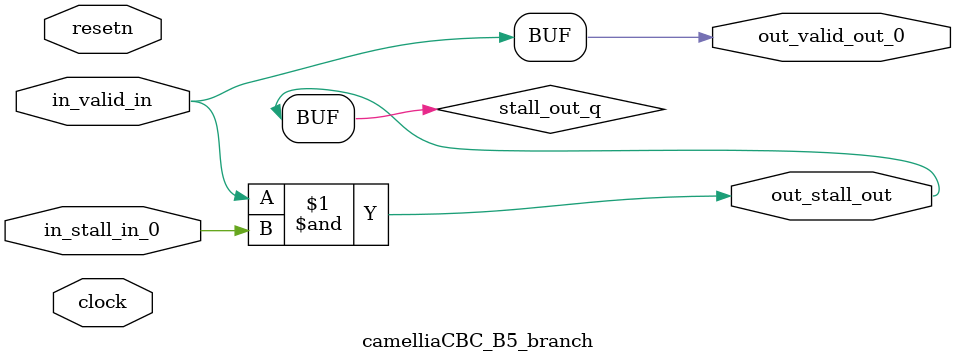
<source format=sv>



(* altera_attribute = "-name AUTO_SHIFT_REGISTER_RECOGNITION OFF; -name MESSAGE_DISABLE 10036; -name MESSAGE_DISABLE 10037; -name MESSAGE_DISABLE 14130; -name MESSAGE_DISABLE 14320; -name MESSAGE_DISABLE 15400; -name MESSAGE_DISABLE 14130; -name MESSAGE_DISABLE 10036; -name MESSAGE_DISABLE 12020; -name MESSAGE_DISABLE 12030; -name MESSAGE_DISABLE 12010; -name MESSAGE_DISABLE 12110; -name MESSAGE_DISABLE 14320; -name MESSAGE_DISABLE 13410; -name MESSAGE_DISABLE 113007; -name MESSAGE_DISABLE 10958" *)
module camelliaCBC_B5_branch (
    input wire [0:0] in_stall_in_0,
    input wire [0:0] in_valid_in,
    output wire [0:0] out_stall_out,
    output wire [0:0] out_valid_out_0,
    input wire clock,
    input wire resetn
    );

    wire [0:0] stall_out_q;


    // stall_out(LOGICAL,6)
    assign stall_out_q = in_valid_in & in_stall_in_0;

    // out_stall_out(GPOUT,4)
    assign out_stall_out = stall_out_q;

    // out_valid_out_0(GPOUT,5)
    assign out_valid_out_0 = in_valid_in;

endmodule

</source>
